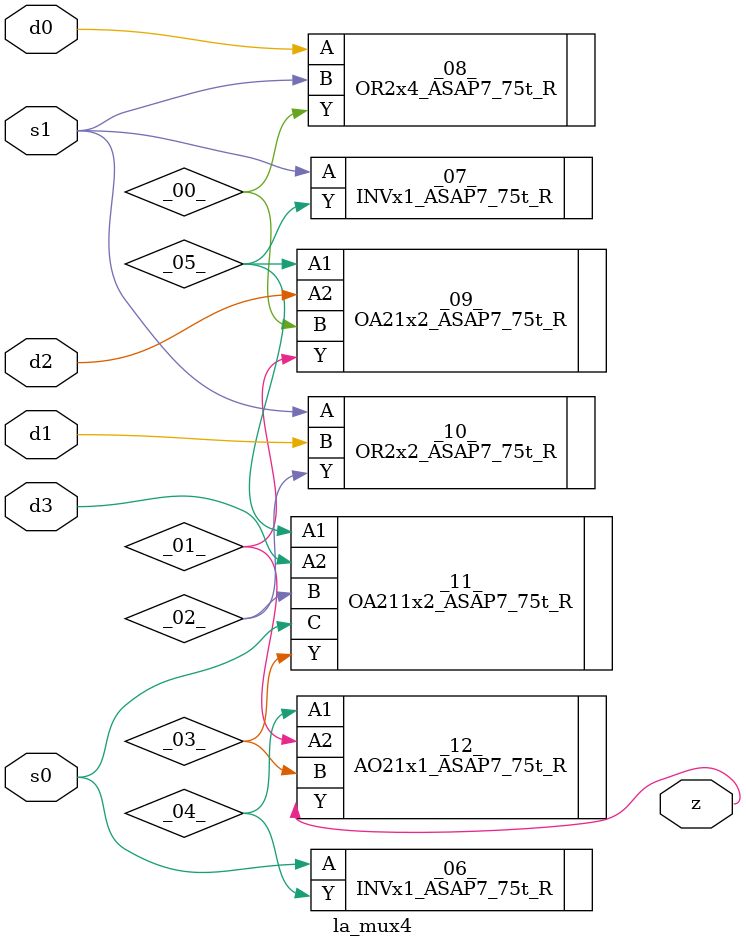
<source format=v>

/* Generated by Yosys 0.44 (git sha1 80ba43d26, g++ 11.4.0-1ubuntu1~22.04 -fPIC -O3) */

(* top =  1  *)
(* src = "generated" *)
(* keep_hierarchy *)
module la_mux4 (
    d0,
    d1,
    d2,
    d3,
    s0,
    s1,
    z
);
  wire _00_;
  wire _01_;
  wire _02_;
  wire _03_;
  wire _04_;
  wire _05_;
  (* src = "generated" *)
  input d0;
  wire d0;
  (* src = "generated" *)
  input d1;
  wire d1;
  (* src = "generated" *)
  input d2;
  wire d2;
  (* src = "generated" *)
  input d3;
  wire d3;
  (* src = "generated" *)
  input s0;
  wire s0;
  (* src = "generated" *)
  input s1;
  wire s1;
  (* src = "generated" *)
  output z;
  wire z;
  INVx1_ASAP7_75t_R _06_ (
      .A(s0),
      .Y(_04_)
  );
  INVx1_ASAP7_75t_R _07_ (
      .A(s1),
      .Y(_05_)
  );
  OR2x4_ASAP7_75t_R _08_ (
      .A(d0),
      .B(s1),
      .Y(_00_)
  );
  OA21x2_ASAP7_75t_R _09_ (
      .A1(_05_),
      .A2(d2),
      .B (_00_),
      .Y (_01_)
  );
  OR2x2_ASAP7_75t_R _10_ (
      .A(s1),
      .B(d1),
      .Y(_02_)
  );
  OA211x2_ASAP7_75t_R _11_ (
      .A1(_05_),
      .A2(d3),
      .B (_02_),
      .C (s0),
      .Y (_03_)
  );
  AO21x1_ASAP7_75t_R _12_ (
      .A1(_04_),
      .A2(_01_),
      .B (_03_),
      .Y (z)
  );
endmodule

</source>
